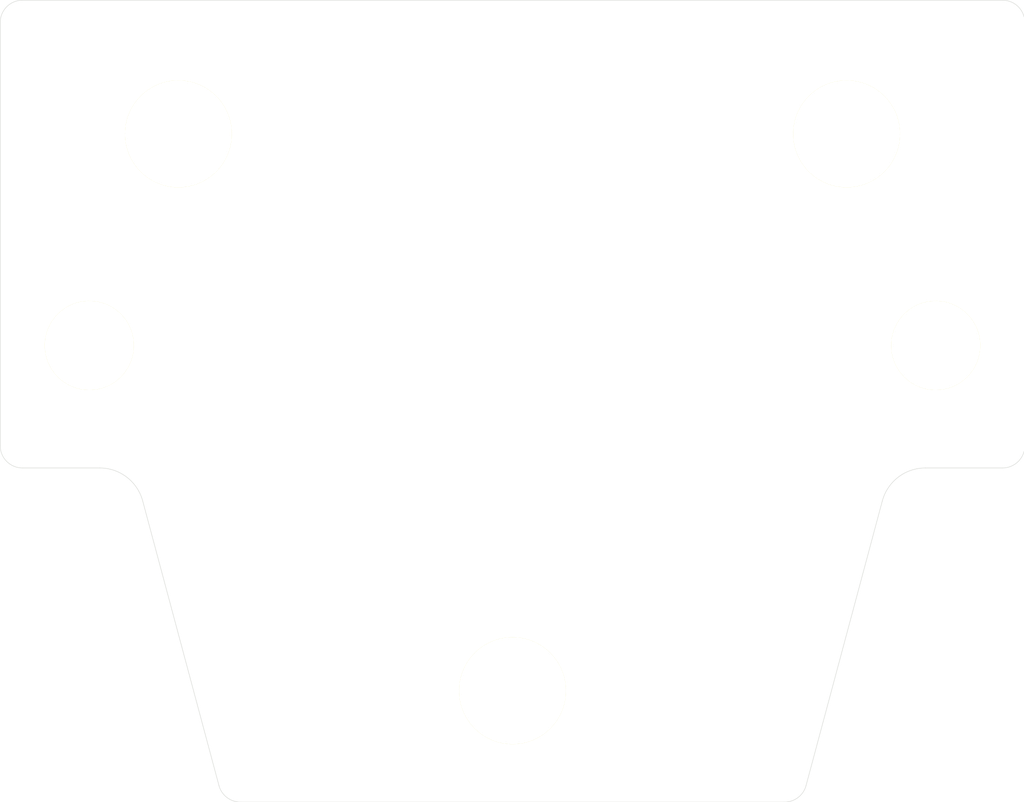
<source format=kicad_pcb>
(kicad_pcb (version 20171130) (host pcbnew 5.1.2-f72e74a~84~ubuntu18.04.1)

  (general
    (thickness 1.6)
    (drawings 16)
    (tracks 0)
    (zones 0)
    (modules 5)
    (nets 1)
  )

  (page A3)
  (layers
    (0 F.Cu signal)
    (31 B.Cu signal)
    (32 B.Adhes user)
    (33 F.Adhes user)
    (34 B.Paste user)
    (35 F.Paste user)
    (36 B.SilkS user)
    (37 F.SilkS user)
    (38 B.Mask user)
    (39 F.Mask user)
    (40 Dwgs.User user)
    (41 Cmts.User user)
    (42 Eco1.User user)
    (43 Eco2.User user)
    (44 Edge.Cuts user)
  )

  (setup
    (last_trace_width 0.254)
    (trace_clearance 0.254)
    (zone_clearance 0.508)
    (zone_45_only no)
    (trace_min 0.254)
    (via_size 0.889)
    (via_drill 0.635)
    (via_min_size 0.889)
    (via_min_drill 0.508)
    (uvia_size 0.508)
    (uvia_drill 0.127)
    (uvias_allowed no)
    (uvia_min_size 0.508)
    (uvia_min_drill 0.127)
    (edge_width 0.1)
    (segment_width 0.2)
    (pcb_text_width 0.3)
    (pcb_text_size 1.5 1.5)
    (mod_edge_width 0.15)
    (mod_text_size 1 1)
    (mod_text_width 0.15)
    (pad_size 1.5 1.5)
    (pad_drill 0.6)
    (pad_to_mask_clearance 0)
    (aux_axis_origin 0 0)
    (visible_elements FFFFEF7F)
    (pcbplotparams
      (layerselection 0x00030_ffffffff)
      (usegerberextensions true)
      (usegerberattributes false)
      (usegerberadvancedattributes false)
      (creategerberjobfile false)
      (excludeedgelayer true)
      (linewidth 0.150000)
      (plotframeref false)
      (viasonmask false)
      (mode 1)
      (useauxorigin false)
      (hpglpennumber 1)
      (hpglpenspeed 20)
      (hpglpendiameter 15.000000)
      (psnegative false)
      (psa4output false)
      (plotreference true)
      (plotvalue true)
      (plotinvisibletext false)
      (padsonsilk false)
      (subtractmaskfromsilk false)
      (outputformat 1)
      (mirror false)
      (drillshape 1)
      (scaleselection 1)
      (outputdirectory ""))
  )

  (net 0 "")

  (net_class Default "This is the default net class."
    (clearance 0.254)
    (trace_width 0.254)
    (via_dia 0.889)
    (via_drill 0.635)
    (uvia_dia 0.508)
    (uvia_drill 0.127)
  )

  (module UGL:hole_2.4000000953674316mm locked (layer F.Cu) (tedit 5874311E) (tstamp 5295D75B)
    (at 198.5 143.5)
    (attr virtual)
    (fp_text reference "" (at 0 0) (layer F.SilkS)
      (effects (font (size 1.27 1.27) (thickness 0.15)))
    )
    (fp_text value "" (at 0 0) (layer F.SilkS)
      (effects (font (size 1.27 1.27) (thickness 0.15)))
    )
    (pad "" np_thru_hole circle (at 0 0) (size 2.4 2.4) (drill 2.4) (layers *.Cu *.Mask F.SilkS)
      (clearance 0.00001))
  )

  (module UGL:hole_2.4000000953674316mm locked (layer F.Cu) (tedit 5874311E) (tstamp 5295D75B)
    (at 213.5 143.5)
    (attr virtual)
    (fp_text reference "" (at 0 0) (layer F.SilkS)
      (effects (font (size 1.27 1.27) (thickness 0.15)))
    )
    (fp_text value "" (at 0 0) (layer F.SilkS)
      (effects (font (size 1.27 1.27) (thickness 0.15)))
    )
    (pad "" np_thru_hole circle (at 0 0) (size 2.4 2.4) (drill 2.4) (layers *.Cu *.Mask F.SilkS)
      (clearance 0.00001))
  )

  (module UGL:hole_2.4000000953674316mm locked (layer F.Cu) (tedit 5874311E) (tstamp 5295D75B)
    (at 206 156)
    (attr virtual)
    (fp_text reference "" (at 0 0) (layer F.SilkS)
      (effects (font (size 1.27 1.27) (thickness 0.15)))
    )
    (fp_text value "" (at 0 0) (layer F.SilkS)
      (effects (font (size 1.27 1.27) (thickness 0.15)))
    )
    (pad "" np_thru_hole circle (at 0 0) (size 2.4 2.4) (drill 2.4) (layers *.Cu *.Mask F.SilkS)
      (clearance 0.00001))
  )

  (module UGL:hole_2mm locked (layer F.Cu) (tedit 5874311E) (tstamp 5295D75B)
    (at 196.5 148.25)
    (attr virtual)
    (fp_text reference "" (at 0 0) (layer F.SilkS)
      (effects (font (size 1.27 1.27) (thickness 0.15)))
    )
    (fp_text value "" (at 0 0) (layer F.SilkS)
      (effects (font (size 1.27 1.27) (thickness 0.15)))
    )
    (pad "" np_thru_hole circle (at 0 0) (size 2 2) (drill 2) (layers *.Cu *.Mask F.SilkS)
      (clearance 0.00001))
  )

  (module UGL:hole_2mm locked (layer F.Cu) (tedit 5874311E) (tstamp 5295D75B)
    (at 215.5 148.25)
    (attr virtual)
    (fp_text reference "" (at 0 0) (layer F.SilkS)
      (effects (font (size 1.27 1.27) (thickness 0.15)))
    )
    (fp_text value "" (at 0 0) (layer F.SilkS)
      (effects (font (size 1.27 1.27) (thickness 0.15)))
    )
    (pad "" np_thru_hole circle (at 0 0) (size 2 2) (drill 2) (layers *.Cu *.Mask F.SilkS)
      (clearance 0.00001))
  )

  (gr_arc (start 199.893278 158.000006) (end 199.41032 158.12941) (angle -75.00591082) (layer Edge.Cuts) (width 0.01))
  (gr_arc (start 195 150.499993) (end 194.5 150.5) (angle -89.99010657) (layer Edge.Cuts) (width 0.01))
  (gr_arc (start 195 141.000007) (end 195 140.5) (angle -90.00451968) (layer Edge.Cuts) (width 0.01))
  (gr_arc (start 217 141.000007) (end 217.5 141) (angle -89.99010657) (layer Edge.Cuts) (width 0.01))
  (gr_arc (start 217 150.499993) (end 217 151) (angle -90.00451968) (layer Edge.Cuts) (width 0.01))
  (gr_arc (start 212.106722 158.000006) (end 212.106718 158.5) (angle -75.00389329) (layer Edge.Cuts) (width 0.01))
  (gr_line (start 212.106718 158.5) (end 199.893282 158.5) (angle 90) (layer Edge.Cuts) (width 0.01))
  (gr_line (start 214.301401 151.741181) (end 212.58968 158.12941) (angle 90) (layer Edge.Cuts) (width 0.01))
  (gr_line (start 199.41032 158.12941) (end 197.698599 151.741181) (angle 90) (layer Edge.Cuts) (width 0.01))
  (gr_line (start 194.5 150.5) (end 194.5 141) (angle 90) (layer Edge.Cuts) (width 0.01))
  (gr_line (start 217.5 141) (end 217.5 150.5) (angle 90) (layer Edge.Cuts) (width 0.01))
  (gr_line (start 196.732673 151) (end 195 151) (angle 90) (layer Edge.Cuts) (width 0.01))
  (gr_line (start 217 151) (end 215.267327 151) (angle 90) (layer Edge.Cuts) (width 0.01))
  (gr_arc (start 215.267323 152.000003) (end 215.267327 151) (angle -75.00488435) (layer Edge.Cuts) (width 0.01))
  (gr_arc (start 196.732677 152.000003) (end 197.698599 151.741181) (angle -74.99502716) (layer Edge.Cuts) (width 0.01))
  (gr_line (start 195 140.5) (end 217 140.5) (angle 90) (layer Edge.Cuts) (width 0.01))

)

</source>
